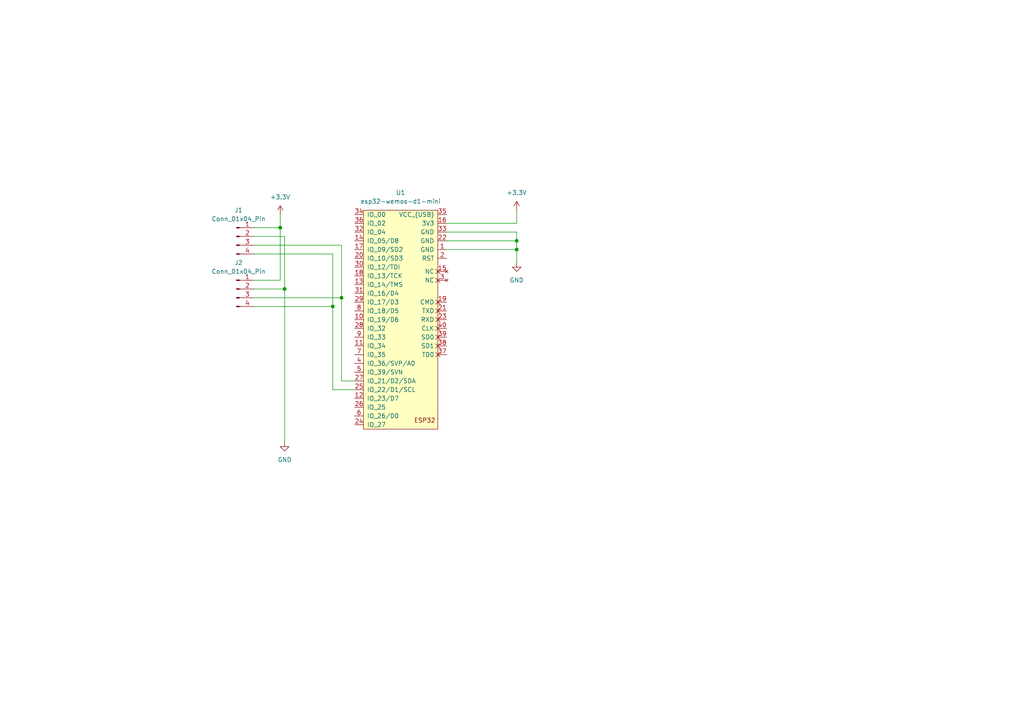
<source format=kicad_sch>
(kicad_sch
	(version 20231120)
	(generator "eeschema")
	(generator_version "8.0")
	(uuid "a0e550e8-7254-4170-83ce-2dab5837cc92")
	(paper "A4")
	(lib_symbols
		(symbol "Connector:Conn_01x04_Pin"
			(pin_names
				(offset 1.016) hide)
			(exclude_from_sim no)
			(in_bom yes)
			(on_board yes)
			(property "Reference" "J"
				(at 0 5.08 0)
				(effects
					(font
						(size 1.27 1.27)
					)
				)
			)
			(property "Value" "Conn_01x04_Pin"
				(at 0 -7.62 0)
				(effects
					(font
						(size 1.27 1.27)
					)
				)
			)
			(property "Footprint" ""
				(at 0 0 0)
				(effects
					(font
						(size 1.27 1.27)
					)
					(hide yes)
				)
			)
			(property "Datasheet" "~"
				(at 0 0 0)
				(effects
					(font
						(size 1.27 1.27)
					)
					(hide yes)
				)
			)
			(property "Description" "Generic connector, single row, 01x04, script generated"
				(at 0 0 0)
				(effects
					(font
						(size 1.27 1.27)
					)
					(hide yes)
				)
			)
			(property "ki_locked" ""
				(at 0 0 0)
				(effects
					(font
						(size 1.27 1.27)
					)
				)
			)
			(property "ki_keywords" "connector"
				(at 0 0 0)
				(effects
					(font
						(size 1.27 1.27)
					)
					(hide yes)
				)
			)
			(property "ki_fp_filters" "Connector*:*_1x??_*"
				(at 0 0 0)
				(effects
					(font
						(size 1.27 1.27)
					)
					(hide yes)
				)
			)
			(symbol "Conn_01x04_Pin_1_1"
				(polyline
					(pts
						(xy 1.27 -5.08) (xy 0.8636 -5.08)
					)
					(stroke
						(width 0.1524)
						(type default)
					)
					(fill
						(type none)
					)
				)
				(polyline
					(pts
						(xy 1.27 -2.54) (xy 0.8636 -2.54)
					)
					(stroke
						(width 0.1524)
						(type default)
					)
					(fill
						(type none)
					)
				)
				(polyline
					(pts
						(xy 1.27 0) (xy 0.8636 0)
					)
					(stroke
						(width 0.1524)
						(type default)
					)
					(fill
						(type none)
					)
				)
				(polyline
					(pts
						(xy 1.27 2.54) (xy 0.8636 2.54)
					)
					(stroke
						(width 0.1524)
						(type default)
					)
					(fill
						(type none)
					)
				)
				(rectangle
					(start 0.8636 -4.953)
					(end 0 -5.207)
					(stroke
						(width 0.1524)
						(type default)
					)
					(fill
						(type outline)
					)
				)
				(rectangle
					(start 0.8636 -2.413)
					(end 0 -2.667)
					(stroke
						(width 0.1524)
						(type default)
					)
					(fill
						(type outline)
					)
				)
				(rectangle
					(start 0.8636 0.127)
					(end 0 -0.127)
					(stroke
						(width 0.1524)
						(type default)
					)
					(fill
						(type outline)
					)
				)
				(rectangle
					(start 0.8636 2.667)
					(end 0 2.413)
					(stroke
						(width 0.1524)
						(type default)
					)
					(fill
						(type outline)
					)
				)
				(pin passive line
					(at 5.08 2.54 180)
					(length 3.81)
					(name "Pin_1"
						(effects
							(font
								(size 1.27 1.27)
							)
						)
					)
					(number "1"
						(effects
							(font
								(size 1.27 1.27)
							)
						)
					)
				)
				(pin passive line
					(at 5.08 0 180)
					(length 3.81)
					(name "Pin_2"
						(effects
							(font
								(size 1.27 1.27)
							)
						)
					)
					(number "2"
						(effects
							(font
								(size 1.27 1.27)
							)
						)
					)
				)
				(pin passive line
					(at 5.08 -2.54 180)
					(length 3.81)
					(name "Pin_3"
						(effects
							(font
								(size 1.27 1.27)
							)
						)
					)
					(number "3"
						(effects
							(font
								(size 1.27 1.27)
							)
						)
					)
				)
				(pin passive line
					(at 5.08 -5.08 180)
					(length 3.81)
					(name "Pin_4"
						(effects
							(font
								(size 1.27 1.27)
							)
						)
					)
					(number "4"
						(effects
							(font
								(size 1.27 1.27)
							)
						)
					)
				)
			)
		)
		(symbol "esp32-wemos-d1-mini:esp32-wemos-d1-mini"
			(pin_names
				(offset 1.016)
			)
			(exclude_from_sim no)
			(in_bom yes)
			(on_board yes)
			(property "Reference" "U"
				(at -7.62 -50.8 0)
				(effects
					(font
						(size 1.27 1.27)
					)
				)
			)
			(property "Value" "esp32-wemos-d1-mini"
				(at 5.08 -59.69 0)
				(effects
					(font
						(size 1.27 1.27)
					)
				)
			)
			(property "Footprint" "esp32-wemos-d1-mini:esp32-wemos-d1-mini"
				(at 3.81 2.54 0)
				(effects
					(font
						(size 1.27 1.27)
					)
					(hide yes)
				)
			)
			(property "Datasheet" ""
				(at 3.81 2.54 0)
				(effects
					(font
						(size 1.27 1.27)
					)
					(hide yes)
				)
			)
			(property "Description" ""
				(at 0 0 0)
				(effects
					(font
						(size 1.27 1.27)
					)
					(hide yes)
				)
			)
			(symbol "esp32-wemos-d1-mini_0_0"
				(text "ESP32"
					(at 7.62 -62.23 0)
					(effects
						(font
							(size 1.27 1.27)
						)
					)
				)
				(pin power_in line
					(at 13.97 -12.7 180)
					(length 2.54)
					(name "GND"
						(effects
							(font
								(size 1.27 1.27)
							)
						)
					)
					(number "1"
						(effects
							(font
								(size 1.27 1.27)
							)
						)
					)
				)
				(pin input line
					(at 13.97 -15.24 180)
					(length 2.54)
					(name "RST"
						(effects
							(font
								(size 1.27 1.27)
							)
						)
					)
					(number "2"
						(effects
							(font
								(size 1.27 1.27)
							)
						)
					)
				)
				(pin no_connect non_logic
					(at 13.97 -21.59 180)
					(length 2.54)
					(name "NC"
						(effects
							(font
								(size 1.27 1.27)
							)
						)
					)
					(number "3"
						(effects
							(font
								(size 1.27 1.27)
							)
						)
					)
				)
				(pin bidirectional line
					(at -12.7 -45.72 0)
					(length 2.54)
					(name "IO_36/SVP/A0"
						(effects
							(font
								(size 1.27 1.27)
							)
						)
					)
					(number "4"
						(effects
							(font
								(size 1.27 1.27)
							)
						)
					)
				)
				(pin bidirectional line
					(at -12.7 -48.26 0)
					(length 2.54)
					(name "IO_39/SVN"
						(effects
							(font
								(size 1.27 1.27)
							)
						)
					)
					(number "5"
						(effects
							(font
								(size 1.27 1.27)
							)
						)
					)
				)
			)
			(symbol "esp32-wemos-d1-mini_0_1"
				(rectangle
					(start -10.16 -1.27)
					(end 11.43 -64.77)
					(stroke
						(width 0)
						(type default)
					)
					(fill
						(type background)
					)
				)
			)
			(symbol "esp32-wemos-d1-mini_1_1"
				(pin bidirectional line
					(at -12.7 -33.02 0)
					(length 2.54)
					(name "IO_19/D6"
						(effects
							(font
								(size 1.27 1.27)
							)
						)
					)
					(number "10"
						(effects
							(font
								(size 1.27 1.27)
							)
						)
					)
				)
				(pin bidirectional line
					(at -12.7 -40.64 0)
					(length 2.54)
					(name "IO_34"
						(effects
							(font
								(size 1.27 1.27)
							)
						)
					)
					(number "11"
						(effects
							(font
								(size 1.27 1.27)
							)
						)
					)
				)
				(pin bidirectional line
					(at -12.7 -55.88 0)
					(length 2.54)
					(name "IO_23/D7"
						(effects
							(font
								(size 1.27 1.27)
							)
						)
					)
					(number "12"
						(effects
							(font
								(size 1.27 1.27)
							)
						)
					)
				)
				(pin bidirectional line
					(at -12.7 -22.86 0)
					(length 2.54)
					(name "IO_14/TMS"
						(effects
							(font
								(size 1.27 1.27)
							)
						)
					)
					(number "13"
						(effects
							(font
								(size 1.27 1.27)
							)
						)
					)
				)
				(pin bidirectional line
					(at -12.7 -10.16 0)
					(length 2.54)
					(name "IO_05/D8"
						(effects
							(font
								(size 1.27 1.27)
							)
						)
					)
					(number "14"
						(effects
							(font
								(size 1.27 1.27)
							)
						)
					)
				)
				(pin no_connect non_logic
					(at 13.97 -19.05 180)
					(length 2.54)
					(name "NC"
						(effects
							(font
								(size 1.27 1.27)
							)
						)
					)
					(number "15"
						(effects
							(font
								(size 1.27 1.27)
							)
						)
					)
				)
				(pin power_in line
					(at 13.97 -5.08 180)
					(length 2.54)
					(name "3V3"
						(effects
							(font
								(size 1.27 1.27)
							)
						)
					)
					(number "16"
						(effects
							(font
								(size 1.27 1.27)
							)
						)
					)
				)
				(pin bidirectional line
					(at -12.7 -12.7 0)
					(length 2.54)
					(name "IO_09/SD2"
						(effects
							(font
								(size 1.27 1.27)
							)
						)
					)
					(number "17"
						(effects
							(font
								(size 1.27 1.27)
							)
						)
					)
				)
				(pin bidirectional line
					(at -12.7 -20.32 0)
					(length 2.54)
					(name "IO_13/TCK"
						(effects
							(font
								(size 1.27 1.27)
							)
						)
					)
					(number "18"
						(effects
							(font
								(size 1.27 1.27)
							)
						)
					)
				)
				(pin passive non_logic
					(at 13.97 -27.94 180)
					(length 2.54)
					(name "CMD"
						(effects
							(font
								(size 1.27 1.27)
							)
						)
					)
					(number "19"
						(effects
							(font
								(size 1.27 1.27)
							)
						)
					)
				)
				(pin bidirectional line
					(at -12.7 -15.24 0)
					(length 2.54)
					(name "IO_10/SD3"
						(effects
							(font
								(size 1.27 1.27)
							)
						)
					)
					(number "20"
						(effects
							(font
								(size 1.27 1.27)
							)
						)
					)
				)
				(pin passive non_logic
					(at 13.97 -30.48 180)
					(length 2.54)
					(name "TXD"
						(effects
							(font
								(size 1.27 1.27)
							)
						)
					)
					(number "21"
						(effects
							(font
								(size 1.27 1.27)
							)
						)
					)
				)
				(pin power_in line
					(at 13.97 -10.16 180)
					(length 2.54)
					(name "GND"
						(effects
							(font
								(size 1.27 1.27)
							)
						)
					)
					(number "22"
						(effects
							(font
								(size 1.27 1.27)
							)
						)
					)
				)
				(pin passive non_logic
					(at 13.97 -33.02 180)
					(length 2.54)
					(name "RXD"
						(effects
							(font
								(size 1.27 1.27)
							)
						)
					)
					(number "23"
						(effects
							(font
								(size 1.27 1.27)
							)
						)
					)
				)
				(pin bidirectional line
					(at -12.7 -63.5 0)
					(length 2.54)
					(name "IO_27"
						(effects
							(font
								(size 1.27 1.27)
							)
						)
					)
					(number "24"
						(effects
							(font
								(size 1.27 1.27)
							)
						)
					)
				)
				(pin bidirectional line
					(at -12.7 -53.34 0)
					(length 2.54)
					(name "IO_22/D1/SCL"
						(effects
							(font
								(size 1.27 1.27)
							)
						)
					)
					(number "25"
						(effects
							(font
								(size 1.27 1.27)
							)
						)
					)
				)
				(pin bidirectional line
					(at -12.7 -58.42 0)
					(length 2.54)
					(name "IO_25"
						(effects
							(font
								(size 1.27 1.27)
							)
						)
					)
					(number "26"
						(effects
							(font
								(size 1.27 1.27)
							)
						)
					)
				)
				(pin bidirectional line
					(at -12.7 -50.8 0)
					(length 2.54)
					(name "IO_21/D2/SDA"
						(effects
							(font
								(size 1.27 1.27)
							)
						)
					)
					(number "27"
						(effects
							(font
								(size 1.27 1.27)
							)
						)
					)
				)
				(pin bidirectional line
					(at -12.7 -35.56 0)
					(length 2.54)
					(name "IO_32"
						(effects
							(font
								(size 1.27 1.27)
							)
						)
					)
					(number "28"
						(effects
							(font
								(size 1.27 1.27)
							)
						)
					)
				)
				(pin bidirectional line
					(at -12.7 -27.94 0)
					(length 2.54)
					(name "IO_17/D3"
						(effects
							(font
								(size 1.27 1.27)
							)
						)
					)
					(number "29"
						(effects
							(font
								(size 1.27 1.27)
							)
						)
					)
				)
				(pin bidirectional line
					(at -12.7 -17.78 0)
					(length 2.54)
					(name "IO_12/TDI"
						(effects
							(font
								(size 1.27 1.27)
							)
						)
					)
					(number "30"
						(effects
							(font
								(size 1.27 1.27)
							)
						)
					)
				)
				(pin bidirectional line
					(at -12.7 -25.4 0)
					(length 2.54)
					(name "IO_16/D4"
						(effects
							(font
								(size 1.27 1.27)
							)
						)
					)
					(number "31"
						(effects
							(font
								(size 1.27 1.27)
							)
						)
					)
				)
				(pin bidirectional line
					(at -12.7 -7.62 0)
					(length 2.54)
					(name "IO_04"
						(effects
							(font
								(size 1.27 1.27)
							)
						)
					)
					(number "32"
						(effects
							(font
								(size 1.27 1.27)
							)
						)
					)
				)
				(pin power_in line
					(at 13.97 -7.62 180)
					(length 2.54)
					(name "GND"
						(effects
							(font
								(size 1.27 1.27)
							)
						)
					)
					(number "33"
						(effects
							(font
								(size 1.27 1.27)
							)
						)
					)
				)
				(pin bidirectional line
					(at -12.7 -2.54 0)
					(length 2.54)
					(name "IO_00"
						(effects
							(font
								(size 1.27 1.27)
							)
						)
					)
					(number "34"
						(effects
							(font
								(size 1.27 1.27)
							)
						)
					)
				)
				(pin power_in line
					(at 13.97 -2.54 180)
					(length 2.54)
					(name "VCC_(USB)"
						(effects
							(font
								(size 1.27 1.27)
							)
						)
					)
					(number "35"
						(effects
							(font
								(size 1.27 1.27)
							)
						)
					)
				)
				(pin bidirectional line
					(at -12.7 -5.08 0)
					(length 2.54)
					(name "IO_02"
						(effects
							(font
								(size 1.27 1.27)
							)
						)
					)
					(number "36"
						(effects
							(font
								(size 1.27 1.27)
							)
						)
					)
				)
				(pin passive non_logic
					(at 13.97 -43.18 180)
					(length 2.54)
					(name "TD0"
						(effects
							(font
								(size 1.27 1.27)
							)
						)
					)
					(number "37"
						(effects
							(font
								(size 1.27 1.27)
							)
						)
					)
				)
				(pin passive non_logic
					(at 13.97 -40.64 180)
					(length 2.54)
					(name "SD1"
						(effects
							(font
								(size 1.27 1.27)
							)
						)
					)
					(number "38"
						(effects
							(font
								(size 1.27 1.27)
							)
						)
					)
				)
				(pin passive non_logic
					(at 13.97 -38.1 180)
					(length 2.54)
					(name "SD0"
						(effects
							(font
								(size 1.27 1.27)
							)
						)
					)
					(number "39"
						(effects
							(font
								(size 1.27 1.27)
							)
						)
					)
				)
				(pin passive non_logic
					(at 13.97 -35.56 180)
					(length 2.54)
					(name "CLK"
						(effects
							(font
								(size 1.27 1.27)
							)
						)
					)
					(number "40"
						(effects
							(font
								(size 1.27 1.27)
							)
						)
					)
				)
				(pin bidirectional line
					(at -12.7 -60.96 0)
					(length 2.54)
					(name "IO_26/D0"
						(effects
							(font
								(size 1.27 1.27)
							)
						)
					)
					(number "6"
						(effects
							(font
								(size 1.27 1.27)
							)
						)
					)
				)
				(pin bidirectional line
					(at -12.7 -43.18 0)
					(length 2.54)
					(name "IO_35"
						(effects
							(font
								(size 1.27 1.27)
							)
						)
					)
					(number "7"
						(effects
							(font
								(size 1.27 1.27)
							)
						)
					)
				)
				(pin bidirectional line
					(at -12.7 -30.48 0)
					(length 2.54)
					(name "IO_18/D5"
						(effects
							(font
								(size 1.27 1.27)
							)
						)
					)
					(number "8"
						(effects
							(font
								(size 1.27 1.27)
							)
						)
					)
				)
				(pin bidirectional line
					(at -12.7 -38.1 0)
					(length 2.54)
					(name "IO_33"
						(effects
							(font
								(size 1.27 1.27)
							)
						)
					)
					(number "9"
						(effects
							(font
								(size 1.27 1.27)
							)
						)
					)
				)
			)
		)
		(symbol "power:+3.3V"
			(power)
			(pin_numbers hide)
			(pin_names
				(offset 0) hide)
			(exclude_from_sim no)
			(in_bom yes)
			(on_board yes)
			(property "Reference" "#PWR"
				(at 0 -3.81 0)
				(effects
					(font
						(size 1.27 1.27)
					)
					(hide yes)
				)
			)
			(property "Value" "+3.3V"
				(at 0 3.556 0)
				(effects
					(font
						(size 1.27 1.27)
					)
				)
			)
			(property "Footprint" ""
				(at 0 0 0)
				(effects
					(font
						(size 1.27 1.27)
					)
					(hide yes)
				)
			)
			(property "Datasheet" ""
				(at 0 0 0)
				(effects
					(font
						(size 1.27 1.27)
					)
					(hide yes)
				)
			)
			(property "Description" "Power symbol creates a global label with name \"+3.3V\""
				(at 0 0 0)
				(effects
					(font
						(size 1.27 1.27)
					)
					(hide yes)
				)
			)
			(property "ki_keywords" "global power"
				(at 0 0 0)
				(effects
					(font
						(size 1.27 1.27)
					)
					(hide yes)
				)
			)
			(symbol "+3.3V_0_1"
				(polyline
					(pts
						(xy -0.762 1.27) (xy 0 2.54)
					)
					(stroke
						(width 0)
						(type default)
					)
					(fill
						(type none)
					)
				)
				(polyline
					(pts
						(xy 0 0) (xy 0 2.54)
					)
					(stroke
						(width 0)
						(type default)
					)
					(fill
						(type none)
					)
				)
				(polyline
					(pts
						(xy 0 2.54) (xy 0.762 1.27)
					)
					(stroke
						(width 0)
						(type default)
					)
					(fill
						(type none)
					)
				)
			)
			(symbol "+3.3V_1_1"
				(pin power_in line
					(at 0 0 90)
					(length 0)
					(name "~"
						(effects
							(font
								(size 1.27 1.27)
							)
						)
					)
					(number "1"
						(effects
							(font
								(size 1.27 1.27)
							)
						)
					)
				)
			)
		)
		(symbol "power:GND"
			(power)
			(pin_numbers hide)
			(pin_names
				(offset 0) hide)
			(exclude_from_sim no)
			(in_bom yes)
			(on_board yes)
			(property "Reference" "#PWR"
				(at 0 -6.35 0)
				(effects
					(font
						(size 1.27 1.27)
					)
					(hide yes)
				)
			)
			(property "Value" "GND"
				(at 0 -3.81 0)
				(effects
					(font
						(size 1.27 1.27)
					)
				)
			)
			(property "Footprint" ""
				(at 0 0 0)
				(effects
					(font
						(size 1.27 1.27)
					)
					(hide yes)
				)
			)
			(property "Datasheet" ""
				(at 0 0 0)
				(effects
					(font
						(size 1.27 1.27)
					)
					(hide yes)
				)
			)
			(property "Description" "Power symbol creates a global label with name \"GND\" , ground"
				(at 0 0 0)
				(effects
					(font
						(size 1.27 1.27)
					)
					(hide yes)
				)
			)
			(property "ki_keywords" "global power"
				(at 0 0 0)
				(effects
					(font
						(size 1.27 1.27)
					)
					(hide yes)
				)
			)
			(symbol "GND_0_1"
				(polyline
					(pts
						(xy 0 0) (xy 0 -1.27) (xy 1.27 -1.27) (xy 0 -2.54) (xy -1.27 -1.27) (xy 0 -1.27)
					)
					(stroke
						(width 0)
						(type default)
					)
					(fill
						(type none)
					)
				)
			)
			(symbol "GND_1_1"
				(pin power_in line
					(at 0 0 270)
					(length 0)
					(name "~"
						(effects
							(font
								(size 1.27 1.27)
							)
						)
					)
					(number "1"
						(effects
							(font
								(size 1.27 1.27)
							)
						)
					)
				)
			)
		)
	)
	(junction
		(at 149.86 72.39)
		(diameter 0)
		(color 0 0 0 0)
		(uuid "0d6604b0-8f59-453f-80c4-525b92272d5a")
	)
	(junction
		(at 99.06 86.36)
		(diameter 0)
		(color 0 0 0 0)
		(uuid "1fd8b2a3-baab-4cbe-80ab-5e48d066141e")
	)
	(junction
		(at 149.86 69.85)
		(diameter 0)
		(color 0 0 0 0)
		(uuid "8aa7e6c4-18fe-466e-9b6e-e2e53ae1946a")
	)
	(junction
		(at 81.28 66.04)
		(diameter 0)
		(color 0 0 0 0)
		(uuid "91675e13-5079-4028-986b-5413f4f1dc33")
	)
	(junction
		(at 96.52 88.9)
		(diameter 0)
		(color 0 0 0 0)
		(uuid "97370ccb-f19b-4cef-a0d4-1299830da1bc")
	)
	(junction
		(at 82.55 83.82)
		(diameter 0)
		(color 0 0 0 0)
		(uuid "d9ee1863-8b55-4ef8-b587-ce4087e6f6f3")
	)
	(wire
		(pts
			(xy 149.86 69.85) (xy 149.86 72.39)
		)
		(stroke
			(width 0)
			(type default)
		)
		(uuid "0eafd7c0-059e-4919-a72c-cdd75633e583")
	)
	(wire
		(pts
			(xy 129.54 64.77) (xy 149.86 64.77)
		)
		(stroke
			(width 0)
			(type default)
		)
		(uuid "121a0318-2197-415f-9d48-b77ed387045c")
	)
	(wire
		(pts
			(xy 73.66 71.12) (xy 99.06 71.12)
		)
		(stroke
			(width 0)
			(type default)
		)
		(uuid "13ee29cc-4fde-456f-b9ec-7596c6140ee7")
	)
	(wire
		(pts
			(xy 129.54 72.39) (xy 149.86 72.39)
		)
		(stroke
			(width 0)
			(type default)
		)
		(uuid "167d737b-51b4-46dd-8795-41be5fda866d")
	)
	(wire
		(pts
			(xy 149.86 67.31) (xy 149.86 69.85)
		)
		(stroke
			(width 0)
			(type default)
		)
		(uuid "19199152-5ca8-4de5-bdee-406b23028859")
	)
	(wire
		(pts
			(xy 82.55 83.82) (xy 82.55 68.58)
		)
		(stroke
			(width 0)
			(type default)
		)
		(uuid "1de14af0-884e-449c-bdb4-c3b029702d17")
	)
	(wire
		(pts
			(xy 96.52 88.9) (xy 96.52 73.66)
		)
		(stroke
			(width 0)
			(type default)
		)
		(uuid "23f63325-df79-45f6-b077-49d7229b3874")
	)
	(wire
		(pts
			(xy 129.54 69.85) (xy 149.86 69.85)
		)
		(stroke
			(width 0)
			(type default)
		)
		(uuid "3e45cac8-fb32-445d-90e8-47a413c1a1e1")
	)
	(wire
		(pts
			(xy 81.28 66.04) (xy 73.66 66.04)
		)
		(stroke
			(width 0)
			(type default)
		)
		(uuid "41c9951d-400e-47a8-872f-1614b983fecf")
	)
	(wire
		(pts
			(xy 129.54 67.31) (xy 149.86 67.31)
		)
		(stroke
			(width 0)
			(type default)
		)
		(uuid "492d7b4d-90d6-4d2a-9148-d92d9e953159")
	)
	(wire
		(pts
			(xy 82.55 68.58) (xy 73.66 68.58)
		)
		(stroke
			(width 0)
			(type default)
		)
		(uuid "4afb354c-2768-4be6-b5a6-1cb319ce51c8")
	)
	(wire
		(pts
			(xy 81.28 81.28) (xy 81.28 66.04)
		)
		(stroke
			(width 0)
			(type default)
		)
		(uuid "4b727621-6a79-4e23-acf1-a4c8d30e95cd")
	)
	(wire
		(pts
			(xy 73.66 88.9) (xy 96.52 88.9)
		)
		(stroke
			(width 0)
			(type default)
		)
		(uuid "6e391677-6b5e-4a3d-aeef-b1f008bfa47c")
	)
	(wire
		(pts
			(xy 99.06 71.12) (xy 99.06 86.36)
		)
		(stroke
			(width 0)
			(type default)
		)
		(uuid "93cef8be-0ba2-4509-83b4-c082075db741")
	)
	(wire
		(pts
			(xy 149.86 64.77) (xy 149.86 60.96)
		)
		(stroke
			(width 0)
			(type default)
		)
		(uuid "a19c2540-5fde-4409-8742-348c2bda993b")
	)
	(wire
		(pts
			(xy 149.86 72.39) (xy 149.86 76.2)
		)
		(stroke
			(width 0)
			(type default)
		)
		(uuid "a23b8e9e-148c-4bc0-a70e-714e1b76d038")
	)
	(wire
		(pts
			(xy 81.28 62.23) (xy 81.28 66.04)
		)
		(stroke
			(width 0)
			(type default)
		)
		(uuid "a2e0e45a-4140-47b5-9ceb-ff249adeb5cf")
	)
	(wire
		(pts
			(xy 73.66 83.82) (xy 82.55 83.82)
		)
		(stroke
			(width 0)
			(type default)
		)
		(uuid "a61c202d-3f88-4a12-b77b-dab52fbad875")
	)
	(wire
		(pts
			(xy 73.66 86.36) (xy 99.06 86.36)
		)
		(stroke
			(width 0)
			(type default)
		)
		(uuid "b26e4aeb-d0d8-4009-a178-ec0af87f1df4")
	)
	(wire
		(pts
			(xy 82.55 128.27) (xy 82.55 83.82)
		)
		(stroke
			(width 0)
			(type default)
		)
		(uuid "b2e5b703-f3b1-4b1d-a36f-40c0f173fef8")
	)
	(wire
		(pts
			(xy 96.52 113.03) (xy 96.52 88.9)
		)
		(stroke
			(width 0)
			(type default)
		)
		(uuid "d9d09e12-62af-4f53-9b44-7a71956bad16")
	)
	(wire
		(pts
			(xy 102.87 113.03) (xy 96.52 113.03)
		)
		(stroke
			(width 0)
			(type default)
		)
		(uuid "dc7c9a1b-da89-492c-8b57-36b4c4963d42")
	)
	(wire
		(pts
			(xy 99.06 86.36) (xy 99.06 110.49)
		)
		(stroke
			(width 0)
			(type default)
		)
		(uuid "e25ded62-a98e-44c6-ad08-9f6dae3e0300")
	)
	(wire
		(pts
			(xy 99.06 110.49) (xy 102.87 110.49)
		)
		(stroke
			(width 0)
			(type default)
		)
		(uuid "e41dfc74-818d-4256-972d-2452c5502414")
	)
	(wire
		(pts
			(xy 73.66 81.28) (xy 81.28 81.28)
		)
		(stroke
			(width 0)
			(type default)
		)
		(uuid "e4e948d4-e192-4068-a025-caf69c472540")
	)
	(wire
		(pts
			(xy 96.52 73.66) (xy 73.66 73.66)
		)
		(stroke
			(width 0)
			(type default)
		)
		(uuid "f47edfce-e7af-4aec-a2a8-b98b1c3ddca3")
	)
	(symbol
		(lib_id "esp32-wemos-d1-mini:esp32-wemos-d1-mini")
		(at 115.57 59.69 0)
		(unit 1)
		(exclude_from_sim no)
		(in_bom yes)
		(on_board yes)
		(dnp no)
		(fields_autoplaced yes)
		(uuid "27371ac5-0fd7-4bd2-b5ef-c4a34bff08e8")
		(property "Reference" "U1"
			(at 116.205 55.88 0)
			(effects
				(font
					(size 1.27 1.27)
				)
			)
		)
		(property "Value" "esp32-wemos-d1-mini"
			(at 116.205 58.42 0)
			(effects
				(font
					(size 1.27 1.27)
				)
			)
		)
		(property "Footprint" "esp32-wemos-d1-mini:esp32-wemos-d1-mini"
			(at 119.38 57.15 0)
			(effects
				(font
					(size 1.27 1.27)
				)
				(hide yes)
			)
		)
		(property "Datasheet" ""
			(at 119.38 57.15 0)
			(effects
				(font
					(size 1.27 1.27)
				)
				(hide yes)
			)
		)
		(property "Description" ""
			(at 115.57 59.69 0)
			(effects
				(font
					(size 1.27 1.27)
				)
				(hide yes)
			)
		)
		(pin "23"
			(uuid "1f49cfc5-10ed-43ca-bd94-4a19370c52a9")
		)
		(pin "25"
			(uuid "6e0bdaf0-fe00-492c-8106-e9d1c5a5d434")
		)
		(pin "26"
			(uuid "efaf91bc-14de-46bf-aeed-f7a7373b185b")
		)
		(pin "16"
			(uuid "30d99b77-fc8d-4008-9de8-41f3621cca7b")
		)
		(pin "17"
			(uuid "aa1622e6-03d5-48df-b567-7cd0bf322a8d")
		)
		(pin "28"
			(uuid "b18d47ba-375f-4c5d-8207-1c612c4214c5")
		)
		(pin "30"
			(uuid "466f4177-5295-4698-aa71-fd2398d3e6e1")
		)
		(pin "3"
			(uuid "8138d981-baad-42a8-8a88-c28080fd751e")
		)
		(pin "31"
			(uuid "3a1ec2aa-961f-40e2-9ae0-4901fe1a5298")
		)
		(pin "5"
			(uuid "1a412a1d-7707-4b04-acf1-6cedc831b23e")
		)
		(pin "32"
			(uuid "4f00eaf0-ef41-4c05-bdfd-91ecdbfc6f21")
		)
		(pin "12"
			(uuid "334fe9d9-0632-406e-815a-a7ca27ec2878")
		)
		(pin "10"
			(uuid "0e69b140-e7c3-4c65-ac10-d5de7ed30854")
		)
		(pin "14"
			(uuid "792b4e0c-9ecc-4604-97bf-0f3d16b28493")
		)
		(pin "21"
			(uuid "9ae85318-8fde-453c-b7c3-046c99ec7394")
		)
		(pin "2"
			(uuid "c720f744-25ce-4280-9d6b-d3d43e95d5b9")
		)
		(pin "24"
			(uuid "86c1a50a-64da-4cad-a59b-0acfbaab54bd")
		)
		(pin "1"
			(uuid "9dc4a6cb-bdad-4357-a6bf-49af08522897")
		)
		(pin "33"
			(uuid "8a9f73d3-acaf-4965-abab-f0ea177eb98e")
		)
		(pin "34"
			(uuid "2cf5ac7f-33ba-4695-975e-5305e3c4a767")
		)
		(pin "20"
			(uuid "76216669-3ba8-4b3f-a94f-aaee5de49e38")
		)
		(pin "35"
			(uuid "2a11d8ad-df5a-4f3b-a335-23f4b44f2927")
		)
		(pin "19"
			(uuid "2fbf9cbb-413c-4d8a-af58-e682095b8347")
		)
		(pin "22"
			(uuid "67084775-e440-4c54-ac57-0e7215b91c06")
		)
		(pin "13"
			(uuid "bfe9ca5f-f6df-42f1-8824-596400f1391f")
		)
		(pin "27"
			(uuid "a6ae7a0c-4d4e-49cf-8563-37bca9f8df10")
		)
		(pin "29"
			(uuid "af8d9ae2-c8c4-41e8-a8db-0df346f9be00")
		)
		(pin "36"
			(uuid "7c4853eb-b83c-450c-9809-f72a3e45df5c")
		)
		(pin "37"
			(uuid "82c4f576-c55e-4984-ab90-0be25b1451db")
		)
		(pin "38"
			(uuid "2ca1d612-dbd3-4a56-a074-66d7ee862642")
		)
		(pin "11"
			(uuid "bfa3f50c-d764-4bfb-bc51-4d48c3aedf62")
		)
		(pin "4"
			(uuid "b07b9298-c2f6-48f6-b4b5-99f873e5e53c")
		)
		(pin "15"
			(uuid "1615f0eb-faf9-4b2d-b309-52ea0d360fcc")
		)
		(pin "18"
			(uuid "a65039f0-455b-4153-82fd-04a14c9cbd5a")
		)
		(pin "39"
			(uuid "4b262db4-65fc-4e55-9c81-8702cac508a2")
		)
		(pin "7"
			(uuid "9369cff9-36a2-4828-abf0-95aa865c2939")
		)
		(pin "9"
			(uuid "4ecec5af-2484-44be-9eaf-53ab24f0795b")
		)
		(pin "40"
			(uuid "8bce7354-1112-4082-88d0-32e9f02a2b0a")
		)
		(pin "8"
			(uuid "ce04f748-9fd6-4501-9bb4-4eac16d5a9b0")
		)
		(pin "6"
			(uuid "97da8c20-81de-4f1b-9e4a-41e3e6ec1557")
		)
		(instances
			(project ""
				(path "/a0e550e8-7254-4170-83ce-2dab5837cc92"
					(reference "U1")
					(unit 1)
				)
			)
		)
	)
	(symbol
		(lib_id "power:+3.3V")
		(at 81.28 62.23 0)
		(unit 1)
		(exclude_from_sim no)
		(in_bom yes)
		(on_board yes)
		(dnp no)
		(fields_autoplaced yes)
		(uuid "8be4a5aa-dea7-4d6e-a52d-5d69c2d99253")
		(property "Reference" "#PWR03"
			(at 81.28 66.04 0)
			(effects
				(font
					(size 1.27 1.27)
				)
				(hide yes)
			)
		)
		(property "Value" "+3.3V"
			(at 81.28 57.15 0)
			(effects
				(font
					(size 1.27 1.27)
				)
			)
		)
		(property "Footprint" ""
			(at 81.28 62.23 0)
			(effects
				(font
					(size 1.27 1.27)
				)
				(hide yes)
			)
		)
		(property "Datasheet" ""
			(at 81.28 62.23 0)
			(effects
				(font
					(size 1.27 1.27)
				)
				(hide yes)
			)
		)
		(property "Description" "Power symbol creates a global label with name \"+3.3V\""
			(at 81.28 62.23 0)
			(effects
				(font
					(size 1.27 1.27)
				)
				(hide yes)
			)
		)
		(pin "1"
			(uuid "fdd76b49-e59e-4679-9be0-17a1a04569d8")
		)
		(instances
			(project "D1_mini_32_grove"
				(path "/a0e550e8-7254-4170-83ce-2dab5837cc92"
					(reference "#PWR03")
					(unit 1)
				)
			)
		)
	)
	(symbol
		(lib_id "Connector:Conn_01x04_Pin")
		(at 68.58 68.58 0)
		(unit 1)
		(exclude_from_sim no)
		(in_bom yes)
		(on_board yes)
		(dnp no)
		(fields_autoplaced yes)
		(uuid "a96df8bc-19fd-4384-9d62-19774f879497")
		(property "Reference" "J1"
			(at 69.215 60.96 0)
			(effects
				(font
					(size 1.27 1.27)
				)
			)
		)
		(property "Value" "Conn_01x04_Pin"
			(at 69.215 63.5 0)
			(effects
				(font
					(size 1.27 1.27)
				)
			)
		)
		(property "Footprint" "pretty:NS-Tech_Grove_1x04_P2mm_Vertical"
			(at 68.58 68.58 0)
			(effects
				(font
					(size 1.27 1.27)
				)
				(hide yes)
			)
		)
		(property "Datasheet" "~"
			(at 68.58 68.58 0)
			(effects
				(font
					(size 1.27 1.27)
				)
				(hide yes)
			)
		)
		(property "Description" "Generic connector, single row, 01x04, script generated"
			(at 68.58 68.58 0)
			(effects
				(font
					(size 1.27 1.27)
				)
				(hide yes)
			)
		)
		(pin "3"
			(uuid "adae2ee5-f2ac-4145-82d9-de6539dd722b")
		)
		(pin "2"
			(uuid "b2726d1f-91a9-4d5d-81bd-2bf4c6c37dc1")
		)
		(pin "4"
			(uuid "5055e371-f673-452d-8b93-b50e2d3d7380")
		)
		(pin "1"
			(uuid "c3765f88-76c4-44c8-99a2-6df29f9ee9f1")
		)
		(instances
			(project ""
				(path "/a0e550e8-7254-4170-83ce-2dab5837cc92"
					(reference "J1")
					(unit 1)
				)
			)
		)
	)
	(symbol
		(lib_id "power:+3.3V")
		(at 149.86 60.96 0)
		(unit 1)
		(exclude_from_sim no)
		(in_bom yes)
		(on_board yes)
		(dnp no)
		(fields_autoplaced yes)
		(uuid "d38e6750-ccb0-4d97-9312-48e962db91a1")
		(property "Reference" "#PWR02"
			(at 149.86 64.77 0)
			(effects
				(font
					(size 1.27 1.27)
				)
				(hide yes)
			)
		)
		(property "Value" "+3.3V"
			(at 149.86 55.88 0)
			(effects
				(font
					(size 1.27 1.27)
				)
			)
		)
		(property "Footprint" ""
			(at 149.86 60.96 0)
			(effects
				(font
					(size 1.27 1.27)
				)
				(hide yes)
			)
		)
		(property "Datasheet" ""
			(at 149.86 60.96 0)
			(effects
				(font
					(size 1.27 1.27)
				)
				(hide yes)
			)
		)
		(property "Description" "Power symbol creates a global label with name \"+3.3V\""
			(at 149.86 60.96 0)
			(effects
				(font
					(size 1.27 1.27)
				)
				(hide yes)
			)
		)
		(pin "1"
			(uuid "b88db1d5-9781-49b1-b0db-8abbe3387f00")
		)
		(instances
			(project ""
				(path "/a0e550e8-7254-4170-83ce-2dab5837cc92"
					(reference "#PWR02")
					(unit 1)
				)
			)
		)
	)
	(symbol
		(lib_id "power:GND")
		(at 149.86 76.2 0)
		(unit 1)
		(exclude_from_sim no)
		(in_bom yes)
		(on_board yes)
		(dnp no)
		(fields_autoplaced yes)
		(uuid "d77068a0-7a05-4e3b-b24f-dc7f2bafd6c1")
		(property "Reference" "#PWR01"
			(at 149.86 82.55 0)
			(effects
				(font
					(size 1.27 1.27)
				)
				(hide yes)
			)
		)
		(property "Value" "GND"
			(at 149.86 81.28 0)
			(effects
				(font
					(size 1.27 1.27)
				)
			)
		)
		(property "Footprint" ""
			(at 149.86 76.2 0)
			(effects
				(font
					(size 1.27 1.27)
				)
				(hide yes)
			)
		)
		(property "Datasheet" ""
			(at 149.86 76.2 0)
			(effects
				(font
					(size 1.27 1.27)
				)
				(hide yes)
			)
		)
		(property "Description" "Power symbol creates a global label with name \"GND\" , ground"
			(at 149.86 76.2 0)
			(effects
				(font
					(size 1.27 1.27)
				)
				(hide yes)
			)
		)
		(pin "1"
			(uuid "a38374b2-b2de-48fb-a714-b15309149c18")
		)
		(instances
			(project ""
				(path "/a0e550e8-7254-4170-83ce-2dab5837cc92"
					(reference "#PWR01")
					(unit 1)
				)
			)
		)
	)
	(symbol
		(lib_id "power:GND")
		(at 82.55 128.27 0)
		(unit 1)
		(exclude_from_sim no)
		(in_bom yes)
		(on_board yes)
		(dnp no)
		(fields_autoplaced yes)
		(uuid "e24d0a5c-8851-4244-9472-06f5264cd327")
		(property "Reference" "#PWR04"
			(at 82.55 134.62 0)
			(effects
				(font
					(size 1.27 1.27)
				)
				(hide yes)
			)
		)
		(property "Value" "GND"
			(at 82.55 133.35 0)
			(effects
				(font
					(size 1.27 1.27)
				)
			)
		)
		(property "Footprint" ""
			(at 82.55 128.27 0)
			(effects
				(font
					(size 1.27 1.27)
				)
				(hide yes)
			)
		)
		(property "Datasheet" ""
			(at 82.55 128.27 0)
			(effects
				(font
					(size 1.27 1.27)
				)
				(hide yes)
			)
		)
		(property "Description" "Power symbol creates a global label with name \"GND\" , ground"
			(at 82.55 128.27 0)
			(effects
				(font
					(size 1.27 1.27)
				)
				(hide yes)
			)
		)
		(pin "1"
			(uuid "2d00f464-25cd-44d5-bc1f-01312a13f6a0")
		)
		(instances
			(project "D1_mini_32_grove"
				(path "/a0e550e8-7254-4170-83ce-2dab5837cc92"
					(reference "#PWR04")
					(unit 1)
				)
			)
		)
	)
	(symbol
		(lib_id "Connector:Conn_01x04_Pin")
		(at 68.58 83.82 0)
		(unit 1)
		(exclude_from_sim no)
		(in_bom yes)
		(on_board yes)
		(dnp no)
		(fields_autoplaced yes)
		(uuid "e990409c-cb60-43df-9a27-f6bf0c45ded9")
		(property "Reference" "J2"
			(at 69.215 76.2 0)
			(effects
				(font
					(size 1.27 1.27)
				)
			)
		)
		(property "Value" "Conn_01x04_Pin"
			(at 69.215 78.74 0)
			(effects
				(font
					(size 1.27 1.27)
				)
			)
		)
		(property "Footprint" "pretty:NS-Tech_Grove_1x04_P2mm_Vertical"
			(at 68.58 83.82 0)
			(effects
				(font
					(size 1.27 1.27)
				)
				(hide yes)
			)
		)
		(property "Datasheet" "~"
			(at 68.58 83.82 0)
			(effects
				(font
					(size 1.27 1.27)
				)
				(hide yes)
			)
		)
		(property "Description" "Generic connector, single row, 01x04, script generated"
			(at 68.58 83.82 0)
			(effects
				(font
					(size 1.27 1.27)
				)
				(hide yes)
			)
		)
		(pin "3"
			(uuid "ba8d7026-4f5c-4be3-a9df-da4c4fb22efd")
		)
		(pin "2"
			(uuid "6ace85fa-dabb-43d8-b07f-d4da63a0bbe6")
		)
		(pin "4"
			(uuid "bcb0b46d-1feb-4aee-bd39-4663bfc4b367")
		)
		(pin "1"
			(uuid "838ece20-a4bb-4adb-80c6-537de3768ea2")
		)
		(instances
			(project "D1_mini_32_grove"
				(path "/a0e550e8-7254-4170-83ce-2dab5837cc92"
					(reference "J2")
					(unit 1)
				)
			)
		)
	)
	(sheet_instances
		(path "/"
			(page "1")
		)
	)
)

</source>
